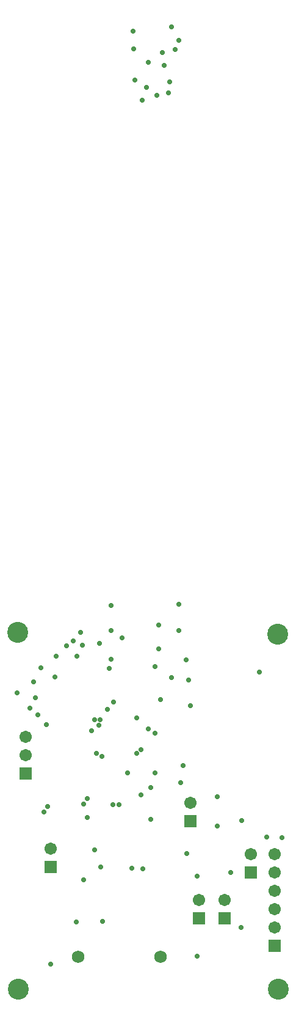
<source format=gbr>
%TF.GenerationSoftware,Altium Limited,Altium Designer,19.1.5 (86)*%
G04 Layer_Color=16711935*
%FSLAX26Y26*%
%MOIN*%
%TF.FileFunction,Soldermask,Bot*%
%TF.Part,Single*%
G01*
G75*
%TA.AperFunction,ComponentPad*%
%ADD42R,0.067055X0.067055*%
%ADD43C,0.067055*%
%ADD44C,0.068000*%
%TA.AperFunction,ViaPad*%
%ADD45C,0.028000*%
%ADD46C,0.114299*%
D42*
X4265000Y2270000D02*
D03*
X4595000Y1990000D02*
D03*
X4450000Y1740000D02*
D03*
X4310000D02*
D03*
X3365000Y2530000D02*
D03*
X3500000Y2020000D02*
D03*
X4725000Y1590000D02*
D03*
D43*
X4265000Y2370000D02*
D03*
X4595000Y2090000D02*
D03*
X4450000Y1840000D02*
D03*
X4310000D02*
D03*
X3365000Y2630000D02*
D03*
Y2730000D02*
D03*
X3500000Y2120000D02*
D03*
X4725000Y1690000D02*
D03*
Y1790000D02*
D03*
Y1890000D02*
D03*
Y1990000D02*
D03*
Y2090000D02*
D03*
D44*
X3650000Y1530000D02*
D03*
X4100787D02*
D03*
D45*
X3810000Y2880000D02*
D03*
X3750000Y2640000D02*
D03*
X3465000Y2320000D02*
D03*
X3485000Y2350000D02*
D03*
X3920000Y2535000D02*
D03*
X3840000Y2360000D02*
D03*
X3700000Y2395000D02*
D03*
X4070000Y2535000D02*
D03*
X3995000Y2415000D02*
D03*
X4046575Y2453425D02*
D03*
X4210000Y2480000D02*
D03*
X3945000Y2015000D02*
D03*
X3740000Y2115000D02*
D03*
X4035000Y2775000D02*
D03*
X4200000Y3455000D02*
D03*
Y3310000D02*
D03*
X3830312Y3449501D02*
D03*
X3780000Y2625000D02*
D03*
X3970000Y2640000D02*
D03*
X3995000Y2660000D02*
D03*
X4070000Y2750000D02*
D03*
X3845000Y2920000D02*
D03*
X3740421Y2825421D02*
D03*
X3625000Y3255000D02*
D03*
X3820000Y3105000D02*
D03*
X3430000Y2850000D02*
D03*
X3785000Y1725000D02*
D03*
X3640000Y1720000D02*
D03*
X4090000Y3340000D02*
D03*
Y3210000D02*
D03*
X4255000Y3040000D02*
D03*
X4145000Y6245000D02*
D03*
X4035000Y6410000D02*
D03*
X4150000Y6305000D02*
D03*
X3960000Y6315000D02*
D03*
X4080000Y6230000D02*
D03*
X4110000Y6465000D02*
D03*
X4160000Y6605000D02*
D03*
X3950000Y6580000D02*
D03*
X4200000Y6530000D02*
D03*
X4070000Y3115000D02*
D03*
X4046707Y2281707D02*
D03*
X3725000Y2765000D02*
D03*
X3765000Y2795000D02*
D03*
X3770000Y2825000D02*
D03*
X3970000Y2835000D02*
D03*
X4765000Y2180000D02*
D03*
X4680000Y2185000D02*
D03*
X3830000Y3310000D02*
D03*
X3890000Y3270000D02*
D03*
X4640000Y3085000D02*
D03*
X4265000Y2900000D02*
D03*
X4160000Y3055000D02*
D03*
X4240000Y3150000D02*
D03*
X4100000Y2935000D02*
D03*
X3875000Y2360000D02*
D03*
X3680000Y2365000D02*
D03*
X3700000Y2290000D02*
D03*
X4225000Y2575000D02*
D03*
X4410000Y2405000D02*
D03*
Y2245000D02*
D03*
X4545000Y2275000D02*
D03*
X4300000Y1970000D02*
D03*
X4245000Y2095000D02*
D03*
X4485000Y1990000D02*
D03*
X3775000Y2020000D02*
D03*
X4540000Y1690000D02*
D03*
X4300000Y1535000D02*
D03*
X3680000Y1950000D02*
D03*
X4005000Y2010000D02*
D03*
X3500000Y1490000D02*
D03*
X3955000Y6485000D02*
D03*
X4180000Y6480000D02*
D03*
X4000000Y6205000D02*
D03*
X4025000Y6275000D02*
D03*
X4120000Y6395000D02*
D03*
X3831758Y3155973D02*
D03*
X3663718Y3301960D02*
D03*
X3768317Y3241960D02*
D03*
X3672912Y3231960D02*
D03*
X3645073Y3171960D02*
D03*
X3588167Y3226960D02*
D03*
X3530000Y3170000D02*
D03*
X3477008Y2798846D02*
D03*
X3386758Y2886960D02*
D03*
X3523215Y3057784D02*
D03*
X3446758Y3109362D02*
D03*
X3406758Y3031960D02*
D03*
X3416723Y2945383D02*
D03*
X3316758Y2971960D02*
D03*
D46*
X4740000Y3290000D02*
D03*
X3325000Y1355000D02*
D03*
X4745000D02*
D03*
X3320000Y3300000D02*
D03*
%TF.MD5,2bc7ef52c823b4eaa1f258b43355c2b0*%
M02*

</source>
